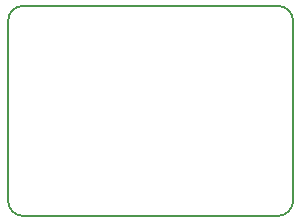
<source format=gm1>
G04 #@! TF.GenerationSoftware,KiCad,Pcbnew,(5.0.1-3-g963ef8bb5)*
G04 #@! TF.CreationDate,2018-11-23T17:17:20+10:30*
G04 #@! TF.ProjectId,rgb-led-board,7267622D6C65642D626F6172642E6B69,1.0*
G04 #@! TF.SameCoordinates,Original*
G04 #@! TF.FileFunction,Profile,NP*
%FSLAX46Y46*%
G04 Gerber Fmt 4.6, Leading zero omitted, Abs format (unit mm)*
G04 Created by KiCad (PCBNEW (5.0.1-3-g963ef8bb5)) date Friday, 23 November 2018 at 05:17:20 pm*
%MOMM*%
%LPD*%
G01*
G04 APERTURE LIST*
%ADD10C,0.150000*%
G04 APERTURE END LIST*
D10*
X145415000Y-57785000D02*
G75*
G02X146685000Y-59055000I0J-1270000D01*
G01*
X122555000Y-59055000D02*
G75*
G02X123825000Y-57785000I1270000J0D01*
G01*
X123825000Y-75565000D02*
G75*
G02X122555000Y-74295000I0J1270000D01*
G01*
X146685000Y-74295000D02*
G75*
G02X145415000Y-75565000I-1270000J0D01*
G01*
X122555000Y-59055000D02*
X122555000Y-74295000D01*
X145415000Y-57785000D02*
X123825000Y-57785000D01*
X146685000Y-74295000D02*
X146685000Y-59055000D01*
X123825000Y-75565000D02*
X145415000Y-75565000D01*
M02*

</source>
